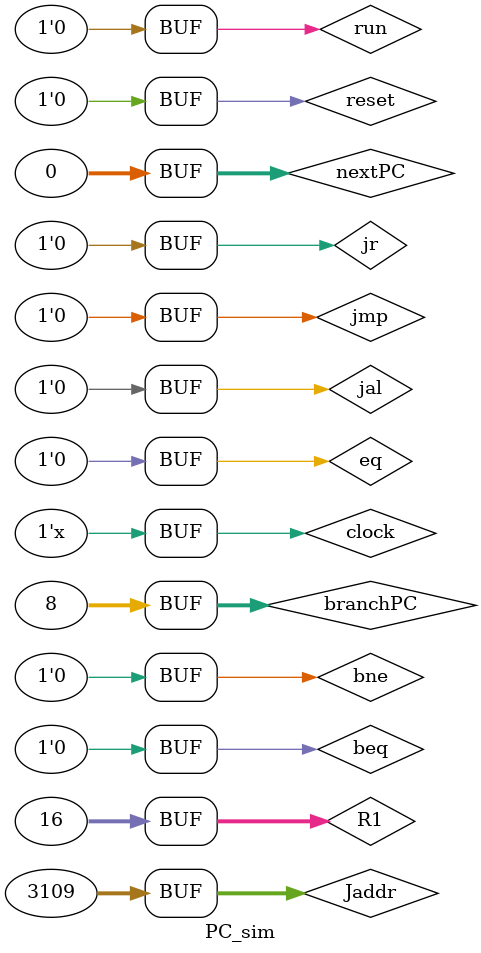
<source format=v>
`timescale 1ns / 1ps


module PC_sim();
    reg[31: 0] branchPC;
    reg[31: 0] Jaddr;
    reg[31: 0] R1;
    reg jal;
    reg eq;
    reg bne;
    reg beq;
    reg jmp;
    reg jr;
    reg reset;				//rst
    reg clock = 0;				//clk
    reg run;
    wire branch;
    
    reg [31: 0] nextPC;
    wire [31: 0] pc;
    wire [15: 0] totalCycle;					//×ÜÖÜÆÚÊý
    wire [15: 0] unconditionalJump;			//ÎÞÌõ¼þ·ÖÖ§
    wire [15: 0] conditionalSuccessfulJump; 	//Ìõ¼þ·ÖÖ§³É¹¦ÊýÄ¿
    Pc testpc(.branchPC(branchPC), .Jaddr(Jaddr), .R1(R1),
            .jal(jal), .eq(eq), .bne(bne),
            .beq(beq), .jmp(jmp), .jr(jr), .reset(reset),
            .clock(clock), .run(run), .unconditionalJump(unconditionalJump),
            .totalCycle(totalCycle), 
            .conditionalSuccessfulJump(conditionalSuccessfulJump),.pc(pc)
        );

    always #5 clock = ~clock;
    initial begin
        reset = 1;
        nextPC = 0;
        R1 = 16;
        branchPC = 8;
        jal = 0;
        eq = 0;
        bne = 0;
        beq = 0;
        jmp = 0;
        jr = 0;
        clock = 0;                //clk
        run = 1;
        Jaddr = 32'h0c25;
        #50 reset = 0;
        #50 jmp = 1;
        #10 jmp = 0;
        
        #50 eq = 1;
        beq = 1;
        #10 eq = 0;
        beq = 0; 
        
        #50 jr = 1;
        #10 jr = 0;
        
        #50 run = 0;
        #50 reset = 1;
        #10 reset = 0;
        
    end

endmodule

</source>
